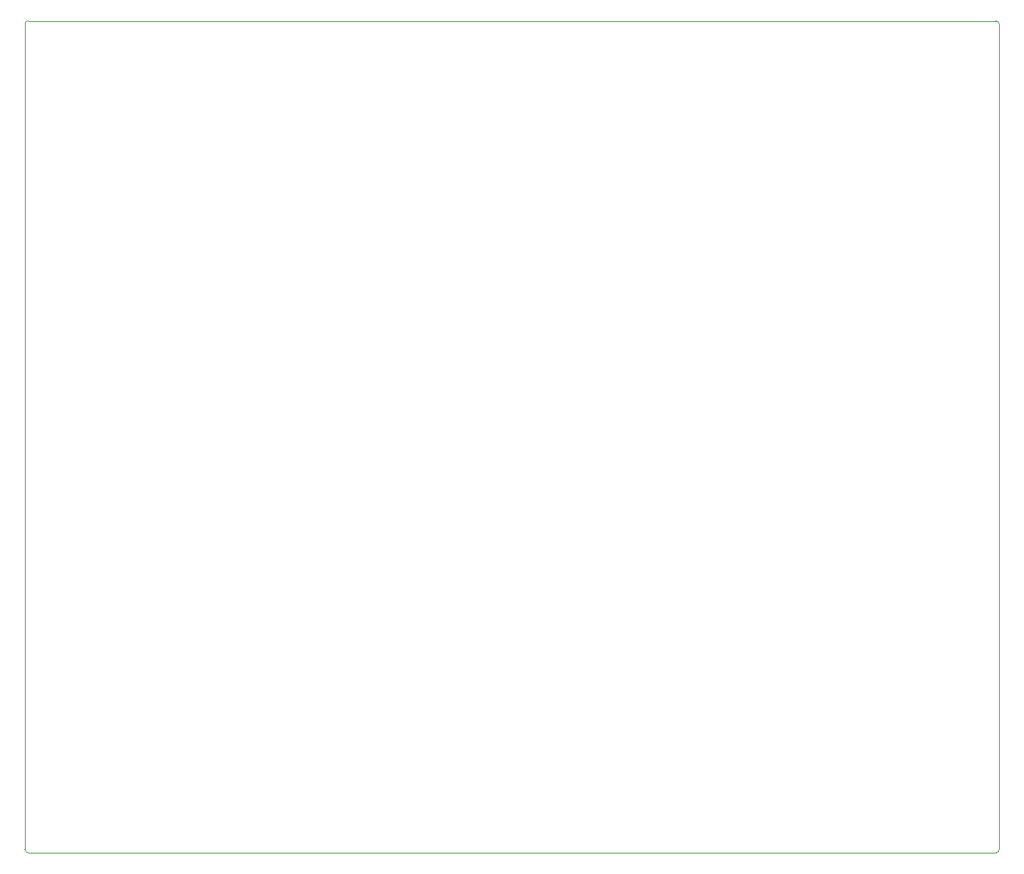
<source format=gm1>
G04 #@! TF.GenerationSoftware,KiCad,Pcbnew,(5.1.10)-1*
G04 #@! TF.CreationDate,2021-09-20T14:50:31+01:00*
G04 #@! TF.ProjectId,env-npd,656e762d-6e70-4642-9e6b-696361645f70,rev?*
G04 #@! TF.SameCoordinates,Original*
G04 #@! TF.FileFunction,Profile,NP*
%FSLAX46Y46*%
G04 Gerber Fmt 4.6, Leading zero omitted, Abs format (unit mm)*
G04 Created by KiCad (PCBNEW (5.1.10)-1) date 2021-09-20 14:50:31*
%MOMM*%
%LPD*%
G01*
G04 APERTURE LIST*
G04 #@! TA.AperFunction,Profile*
%ADD10C,0.100000*%
G04 #@! TD*
G04 APERTURE END LIST*
D10*
X68200000Y-154850000D02*
G75*
G02*
X67800000Y-154450000I0J400000D01*
G01*
X180200000Y-154450000D02*
G75*
G02*
X179800000Y-154850000I-400000J0D01*
G01*
X179800000Y-58800000D02*
G75*
G02*
X180200000Y-59200000I0J-400000D01*
G01*
X67800000Y-59200000D02*
G75*
G02*
X68200000Y-58800000I400000J0D01*
G01*
X67800000Y-154450000D02*
X67800000Y-59200000D01*
X179800000Y-154850000D02*
X68200000Y-154850000D01*
X180200000Y-59200000D02*
X180200000Y-154450000D01*
X68200000Y-58800000D02*
X179800000Y-58800000D01*
M02*

</source>
